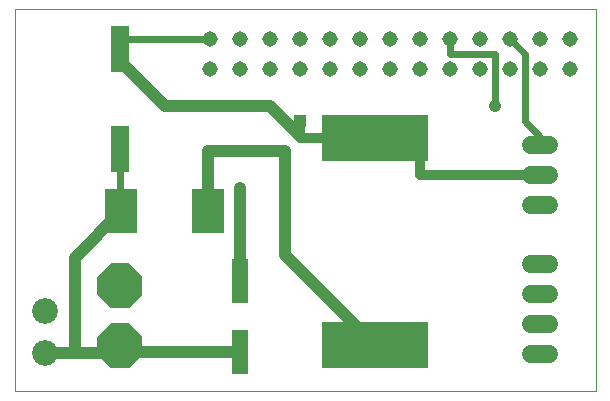
<source format=gtl>
G75*
%MOIN*%
%OFA0B0*%
%FSLAX24Y24*%
%IPPOS*%
%LPD*%
%AMOC8*
5,1,8,0,0,1.08239X$1,22.5*
%
%ADD10C,0.0000*%
%ADD11C,0.0600*%
%ADD12R,0.1102X0.1496*%
%ADD13R,0.0630X0.1535*%
%ADD14OC8,0.1500*%
%ADD15R,0.0551X0.1496*%
%ADD16R,0.3543X0.1575*%
%ADD17C,0.0860*%
%ADD18R,0.0394X0.0394*%
%ADD19C,0.0515*%
%ADD20C,0.0400*%
%ADD21C,0.0240*%
%ADD22C,0.0413*%
%ADD23C,0.0356*%
%ADD24C,0.0320*%
D10*
X000680Y000680D02*
X000680Y013426D01*
X020050Y013426D01*
X020050Y000680D01*
X000680Y000680D01*
D11*
X017880Y001930D02*
X018480Y001930D01*
X018480Y002930D02*
X017880Y002930D01*
X017880Y003930D02*
X018480Y003930D01*
X018480Y004930D02*
X017880Y004930D01*
X017904Y006891D02*
X018504Y006891D01*
X018504Y007891D02*
X017904Y007891D01*
X017904Y008891D02*
X018504Y008891D01*
D12*
X007137Y006680D03*
X004223Y006680D03*
D13*
X004180Y008757D03*
X004180Y012103D03*
D14*
X004180Y004180D03*
X004180Y002180D03*
D15*
X008180Y001999D03*
X008180Y004361D03*
D16*
X012680Y002239D03*
X012680Y009113D03*
D17*
X001680Y003349D03*
X001680Y001971D03*
D18*
X010180Y009680D03*
D19*
X010180Y011430D03*
X009180Y011430D03*
X008180Y011430D03*
X007180Y011430D03*
X007180Y012430D03*
X008180Y012430D03*
X009180Y012430D03*
X010180Y012430D03*
X011180Y012430D03*
X012180Y012430D03*
X013180Y012430D03*
X014180Y012430D03*
X015180Y012430D03*
X016180Y012430D03*
X017180Y012430D03*
X018180Y012430D03*
X019180Y012430D03*
X019180Y011430D03*
X018180Y011430D03*
X017180Y011430D03*
X016180Y011430D03*
X015180Y011430D03*
X014180Y011430D03*
X013180Y011430D03*
X012180Y011430D03*
X011180Y011430D03*
D20*
X009180Y010180D02*
X005680Y010180D01*
X004180Y011680D01*
X004180Y012103D01*
X009180Y010180D02*
X010180Y009180D01*
X009680Y008680D02*
X009680Y005239D01*
X012680Y002239D01*
X008180Y001999D02*
X004361Y001999D01*
X004180Y002180D01*
X003971Y001971D01*
X002680Y001971D01*
X002680Y005137D01*
X004223Y006680D01*
X007137Y006680D02*
X007137Y008680D01*
X009680Y008680D01*
X008180Y007460D02*
X008180Y007430D01*
X008180Y004361D01*
X002680Y001971D02*
X001680Y001971D01*
D21*
X004223Y006680D02*
X004223Y007137D01*
X004180Y007180D01*
X004180Y008757D01*
X004180Y012103D02*
X004257Y012430D01*
X007180Y012430D01*
X015180Y012430D02*
X015180Y011930D01*
X016680Y011930D01*
X016680Y010180D01*
X017680Y009680D02*
X018204Y009156D01*
X018204Y008891D01*
X017680Y009680D02*
X017680Y011930D01*
X017180Y012430D01*
D22*
X016680Y010180D03*
X010180Y009180D03*
X009680Y008680D03*
D23*
X008180Y007430D03*
D24*
X010180Y009113D02*
X010180Y009180D01*
X010180Y009680D01*
X010180Y009113D02*
X012680Y009113D01*
X012680Y008930D01*
X014180Y008930D01*
X014180Y007891D01*
X018204Y007891D01*
X012680Y009113D02*
X012680Y009680D01*
M02*

</source>
